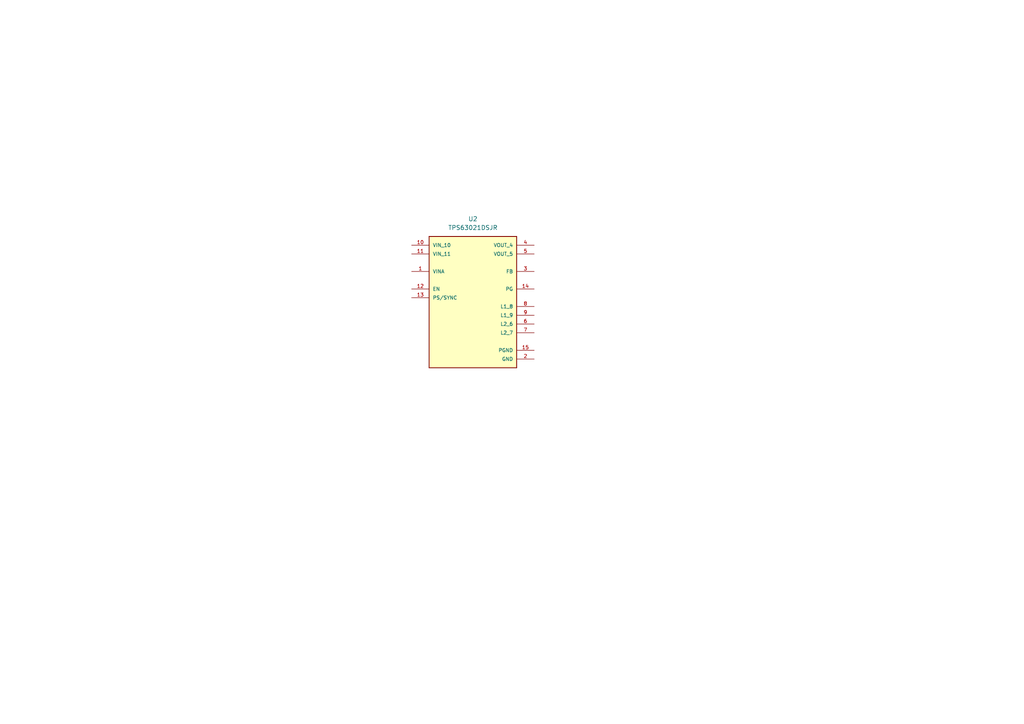
<source format=kicad_sch>
(kicad_sch (version 20250114) (generator "eeschema") (generator_version "9.0")
  (paper "A4")
  (lib_symbols
    (symbol "TPS63021DSJR:TPS63021DSJR" (pin_names (offset 1.016))
      (property "Reference" "U" (at -12.7 19.05 0))
      (property "Value" "TPS63021DSJR" (at -12.7 -21.59 0))
      (symbol "TPS63021DSJR_0_0"
        (rectangle (start -12.7 -20.32) (end 12.7 17.78) (stroke (width 0.254)) (fill (type background)))
        (pin input line (at -17.78 15.24 0) (length 5.08) (name "VIN_10") (number "10"))
        (pin input line (at -17.78 12.7 0) (length 5.08) (name "VIN_11") (number "11"))
        (pin input line (at -17.78 7.62 0) (length 5.08) (name "VINA") (number "1"))
        (pin input line (at -17.78 2.54 0) (length 5.08) (name "EN") (number "12"))
        (pin input line (at -17.78 0 0) (length 5.08) (name "PS/SYNC") (number "13"))
        (pin output line (at 17.78 15.24 180) (length 5.08) (name "VOUT_4") (number "4"))
        (pin output line (at 17.78 12.7 180) (length 5.08) (name "VOUT_5") (number "5"))
        (pin input line (at 17.78 7.62 180) (length 5.08) (name "FB") (number "3"))
        (pin output line (at 17.78 2.54 180) (length 5.08) (name "PG") (number "14"))
        (pin passive line (at 17.78 -2.54 180) (length 5.08) (name "L1_8") (number "8"))
        (pin passive line (at 17.78 -5.08 180) (length 5.08) (name "L1_9") (number "9"))
        (pin passive line (at 17.78 -7.62 180) (length 5.08) (name "L2_6") (number "6"))
        (pin passive line (at 17.78 -10.16 180) (length 5.08) (name "L2_7") (number "7"))
        (pin power_in line (at 17.78 -15.24 180) (length 5.08) (name "PGND") (number "15"))
        (pin power_in line (at 17.78 -17.78 180) (length 5.08) (name "GND") (number "2"))
      )
    )
  )
  (symbol (lib_id "TPS63021DSJR:TPS63021DSJR") (at 137.16 86.36 0) (unit 1)
    (property "Reference" "U2" (at 137.16 63.5 0))
    (property "Value" "TPS63021DSJR" (at 137.16 66.04 0))
    (property "Footprint" "TPS63021DSJR:IC_TPS63021DSJR" (effects (hide yes)))
    (property "MFANUFACTURER" "Texas Instruments" (effects (hide yes)))
    (property "MOUSER-PURCHASE-URL" "https://snapeda.com/shop?store=Mouser&id=296571" (effects (hide yes)))
    (property "TEXAS_INSTRUMENTS-PURCHASE-URL" "https://snapeda.com/shop?store=Texas+Instruments&id=296571" (effects (hide yes)))
    (property "PACKAGE" "VSON-14 Texas Instruments" (effects (hide yes)))
    (property "PRICE" "None" (effects (hide yes)))
    (property "STANDARD" "Manufacturer Recommendations" (effects (hide yes)))
    (property "PARTREV" "I" (effects (hide yes)))
    (property "MP" "TPS63021DSJR" (effects (hide yes)))
    (property "DIGIKEY-PURCHASE-URL" "https://snapeda.com/shop?store=DigiKey&id=296571" (effects (hide yes)))
    (property "MAXIMUM_PACKAGE_HEIGHT" "1.00mm" (effects (hide yes)))
    (property "AVAILABILITY" "Good" (effects (hide yes)))
    (property "DESCRIPTION" "High Efficiency Single Inductor Buck-Boost Converter with 4A Switch 14-VSON -40 to 85" (effects (hide yes)))
  )
)
</source>
